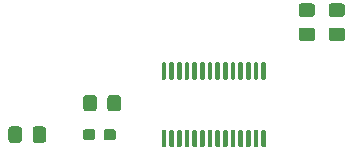
<source format=gbr>
%TF.GenerationSoftware,KiCad,Pcbnew,5.1.6+dfsg1-1*%
%TF.CreationDate,2021-03-04T16:58:38+01:00*%
%TF.ProjectId,PCA9685,50434139-3638-4352-9e6b-696361645f70,rev?*%
%TF.SameCoordinates,Original*%
%TF.FileFunction,Paste,Top*%
%TF.FilePolarity,Positive*%
%FSLAX46Y46*%
G04 Gerber Fmt 4.6, Leading zero omitted, Abs format (unit mm)*
G04 Created by KiCad (PCBNEW 5.1.6+dfsg1-1) date 2021-03-04 16:58:38*
%MOMM*%
%LPD*%
G01*
G04 APERTURE LIST*
G04 APERTURE END LIST*
%TO.C,U2*%
G36*
G01*
X96904000Y-81584000D02*
X96704000Y-81584000D01*
G75*
G02*
X96604000Y-81484000I0J100000D01*
G01*
X96604000Y-80209000D01*
G75*
G02*
X96704000Y-80109000I100000J0D01*
G01*
X96904000Y-80109000D01*
G75*
G02*
X97004000Y-80209000I0J-100000D01*
G01*
X97004000Y-81484000D01*
G75*
G02*
X96904000Y-81584000I-100000J0D01*
G01*
G37*
G36*
G01*
X97554000Y-81584000D02*
X97354000Y-81584000D01*
G75*
G02*
X97254000Y-81484000I0J100000D01*
G01*
X97254000Y-80209000D01*
G75*
G02*
X97354000Y-80109000I100000J0D01*
G01*
X97554000Y-80109000D01*
G75*
G02*
X97654000Y-80209000I0J-100000D01*
G01*
X97654000Y-81484000D01*
G75*
G02*
X97554000Y-81584000I-100000J0D01*
G01*
G37*
G36*
G01*
X98204000Y-81584000D02*
X98004000Y-81584000D01*
G75*
G02*
X97904000Y-81484000I0J100000D01*
G01*
X97904000Y-80209000D01*
G75*
G02*
X98004000Y-80109000I100000J0D01*
G01*
X98204000Y-80109000D01*
G75*
G02*
X98304000Y-80209000I0J-100000D01*
G01*
X98304000Y-81484000D01*
G75*
G02*
X98204000Y-81584000I-100000J0D01*
G01*
G37*
G36*
G01*
X98854000Y-81584000D02*
X98654000Y-81584000D01*
G75*
G02*
X98554000Y-81484000I0J100000D01*
G01*
X98554000Y-80209000D01*
G75*
G02*
X98654000Y-80109000I100000J0D01*
G01*
X98854000Y-80109000D01*
G75*
G02*
X98954000Y-80209000I0J-100000D01*
G01*
X98954000Y-81484000D01*
G75*
G02*
X98854000Y-81584000I-100000J0D01*
G01*
G37*
G36*
G01*
X99504000Y-81584000D02*
X99304000Y-81584000D01*
G75*
G02*
X99204000Y-81484000I0J100000D01*
G01*
X99204000Y-80209000D01*
G75*
G02*
X99304000Y-80109000I100000J0D01*
G01*
X99504000Y-80109000D01*
G75*
G02*
X99604000Y-80209000I0J-100000D01*
G01*
X99604000Y-81484000D01*
G75*
G02*
X99504000Y-81584000I-100000J0D01*
G01*
G37*
G36*
G01*
X100154000Y-81584000D02*
X99954000Y-81584000D01*
G75*
G02*
X99854000Y-81484000I0J100000D01*
G01*
X99854000Y-80209000D01*
G75*
G02*
X99954000Y-80109000I100000J0D01*
G01*
X100154000Y-80109000D01*
G75*
G02*
X100254000Y-80209000I0J-100000D01*
G01*
X100254000Y-81484000D01*
G75*
G02*
X100154000Y-81584000I-100000J0D01*
G01*
G37*
G36*
G01*
X100804000Y-81584000D02*
X100604000Y-81584000D01*
G75*
G02*
X100504000Y-81484000I0J100000D01*
G01*
X100504000Y-80209000D01*
G75*
G02*
X100604000Y-80109000I100000J0D01*
G01*
X100804000Y-80109000D01*
G75*
G02*
X100904000Y-80209000I0J-100000D01*
G01*
X100904000Y-81484000D01*
G75*
G02*
X100804000Y-81584000I-100000J0D01*
G01*
G37*
G36*
G01*
X101454000Y-81584000D02*
X101254000Y-81584000D01*
G75*
G02*
X101154000Y-81484000I0J100000D01*
G01*
X101154000Y-80209000D01*
G75*
G02*
X101254000Y-80109000I100000J0D01*
G01*
X101454000Y-80109000D01*
G75*
G02*
X101554000Y-80209000I0J-100000D01*
G01*
X101554000Y-81484000D01*
G75*
G02*
X101454000Y-81584000I-100000J0D01*
G01*
G37*
G36*
G01*
X102104000Y-81584000D02*
X101904000Y-81584000D01*
G75*
G02*
X101804000Y-81484000I0J100000D01*
G01*
X101804000Y-80209000D01*
G75*
G02*
X101904000Y-80109000I100000J0D01*
G01*
X102104000Y-80109000D01*
G75*
G02*
X102204000Y-80209000I0J-100000D01*
G01*
X102204000Y-81484000D01*
G75*
G02*
X102104000Y-81584000I-100000J0D01*
G01*
G37*
G36*
G01*
X102754000Y-81584000D02*
X102554000Y-81584000D01*
G75*
G02*
X102454000Y-81484000I0J100000D01*
G01*
X102454000Y-80209000D01*
G75*
G02*
X102554000Y-80109000I100000J0D01*
G01*
X102754000Y-80109000D01*
G75*
G02*
X102854000Y-80209000I0J-100000D01*
G01*
X102854000Y-81484000D01*
G75*
G02*
X102754000Y-81584000I-100000J0D01*
G01*
G37*
G36*
G01*
X103404000Y-81584000D02*
X103204000Y-81584000D01*
G75*
G02*
X103104000Y-81484000I0J100000D01*
G01*
X103104000Y-80209000D01*
G75*
G02*
X103204000Y-80109000I100000J0D01*
G01*
X103404000Y-80109000D01*
G75*
G02*
X103504000Y-80209000I0J-100000D01*
G01*
X103504000Y-81484000D01*
G75*
G02*
X103404000Y-81584000I-100000J0D01*
G01*
G37*
G36*
G01*
X104054000Y-81584000D02*
X103854000Y-81584000D01*
G75*
G02*
X103754000Y-81484000I0J100000D01*
G01*
X103754000Y-80209000D01*
G75*
G02*
X103854000Y-80109000I100000J0D01*
G01*
X104054000Y-80109000D01*
G75*
G02*
X104154000Y-80209000I0J-100000D01*
G01*
X104154000Y-81484000D01*
G75*
G02*
X104054000Y-81584000I-100000J0D01*
G01*
G37*
G36*
G01*
X104704000Y-81584000D02*
X104504000Y-81584000D01*
G75*
G02*
X104404000Y-81484000I0J100000D01*
G01*
X104404000Y-80209000D01*
G75*
G02*
X104504000Y-80109000I100000J0D01*
G01*
X104704000Y-80109000D01*
G75*
G02*
X104804000Y-80209000I0J-100000D01*
G01*
X104804000Y-81484000D01*
G75*
G02*
X104704000Y-81584000I-100000J0D01*
G01*
G37*
G36*
G01*
X105354000Y-81584000D02*
X105154000Y-81584000D01*
G75*
G02*
X105054000Y-81484000I0J100000D01*
G01*
X105054000Y-80209000D01*
G75*
G02*
X105154000Y-80109000I100000J0D01*
G01*
X105354000Y-80109000D01*
G75*
G02*
X105454000Y-80209000I0J-100000D01*
G01*
X105454000Y-81484000D01*
G75*
G02*
X105354000Y-81584000I-100000J0D01*
G01*
G37*
G36*
G01*
X105354000Y-87309000D02*
X105154000Y-87309000D01*
G75*
G02*
X105054000Y-87209000I0J100000D01*
G01*
X105054000Y-85934000D01*
G75*
G02*
X105154000Y-85834000I100000J0D01*
G01*
X105354000Y-85834000D01*
G75*
G02*
X105454000Y-85934000I0J-100000D01*
G01*
X105454000Y-87209000D01*
G75*
G02*
X105354000Y-87309000I-100000J0D01*
G01*
G37*
G36*
G01*
X104704000Y-87309000D02*
X104504000Y-87309000D01*
G75*
G02*
X104404000Y-87209000I0J100000D01*
G01*
X104404000Y-85934000D01*
G75*
G02*
X104504000Y-85834000I100000J0D01*
G01*
X104704000Y-85834000D01*
G75*
G02*
X104804000Y-85934000I0J-100000D01*
G01*
X104804000Y-87209000D01*
G75*
G02*
X104704000Y-87309000I-100000J0D01*
G01*
G37*
G36*
G01*
X104054000Y-87309000D02*
X103854000Y-87309000D01*
G75*
G02*
X103754000Y-87209000I0J100000D01*
G01*
X103754000Y-85934000D01*
G75*
G02*
X103854000Y-85834000I100000J0D01*
G01*
X104054000Y-85834000D01*
G75*
G02*
X104154000Y-85934000I0J-100000D01*
G01*
X104154000Y-87209000D01*
G75*
G02*
X104054000Y-87309000I-100000J0D01*
G01*
G37*
G36*
G01*
X103404000Y-87309000D02*
X103204000Y-87309000D01*
G75*
G02*
X103104000Y-87209000I0J100000D01*
G01*
X103104000Y-85934000D01*
G75*
G02*
X103204000Y-85834000I100000J0D01*
G01*
X103404000Y-85834000D01*
G75*
G02*
X103504000Y-85934000I0J-100000D01*
G01*
X103504000Y-87209000D01*
G75*
G02*
X103404000Y-87309000I-100000J0D01*
G01*
G37*
G36*
G01*
X102754000Y-87309000D02*
X102554000Y-87309000D01*
G75*
G02*
X102454000Y-87209000I0J100000D01*
G01*
X102454000Y-85934000D01*
G75*
G02*
X102554000Y-85834000I100000J0D01*
G01*
X102754000Y-85834000D01*
G75*
G02*
X102854000Y-85934000I0J-100000D01*
G01*
X102854000Y-87209000D01*
G75*
G02*
X102754000Y-87309000I-100000J0D01*
G01*
G37*
G36*
G01*
X102104000Y-87309000D02*
X101904000Y-87309000D01*
G75*
G02*
X101804000Y-87209000I0J100000D01*
G01*
X101804000Y-85934000D01*
G75*
G02*
X101904000Y-85834000I100000J0D01*
G01*
X102104000Y-85834000D01*
G75*
G02*
X102204000Y-85934000I0J-100000D01*
G01*
X102204000Y-87209000D01*
G75*
G02*
X102104000Y-87309000I-100000J0D01*
G01*
G37*
G36*
G01*
X101454000Y-87309000D02*
X101254000Y-87309000D01*
G75*
G02*
X101154000Y-87209000I0J100000D01*
G01*
X101154000Y-85934000D01*
G75*
G02*
X101254000Y-85834000I100000J0D01*
G01*
X101454000Y-85834000D01*
G75*
G02*
X101554000Y-85934000I0J-100000D01*
G01*
X101554000Y-87209000D01*
G75*
G02*
X101454000Y-87309000I-100000J0D01*
G01*
G37*
G36*
G01*
X100804000Y-87309000D02*
X100604000Y-87309000D01*
G75*
G02*
X100504000Y-87209000I0J100000D01*
G01*
X100504000Y-85934000D01*
G75*
G02*
X100604000Y-85834000I100000J0D01*
G01*
X100804000Y-85834000D01*
G75*
G02*
X100904000Y-85934000I0J-100000D01*
G01*
X100904000Y-87209000D01*
G75*
G02*
X100804000Y-87309000I-100000J0D01*
G01*
G37*
G36*
G01*
X100154000Y-87309000D02*
X99954000Y-87309000D01*
G75*
G02*
X99854000Y-87209000I0J100000D01*
G01*
X99854000Y-85934000D01*
G75*
G02*
X99954000Y-85834000I100000J0D01*
G01*
X100154000Y-85834000D01*
G75*
G02*
X100254000Y-85934000I0J-100000D01*
G01*
X100254000Y-87209000D01*
G75*
G02*
X100154000Y-87309000I-100000J0D01*
G01*
G37*
G36*
G01*
X99504000Y-87309000D02*
X99304000Y-87309000D01*
G75*
G02*
X99204000Y-87209000I0J100000D01*
G01*
X99204000Y-85934000D01*
G75*
G02*
X99304000Y-85834000I100000J0D01*
G01*
X99504000Y-85834000D01*
G75*
G02*
X99604000Y-85934000I0J-100000D01*
G01*
X99604000Y-87209000D01*
G75*
G02*
X99504000Y-87309000I-100000J0D01*
G01*
G37*
G36*
G01*
X98854000Y-87309000D02*
X98654000Y-87309000D01*
G75*
G02*
X98554000Y-87209000I0J100000D01*
G01*
X98554000Y-85934000D01*
G75*
G02*
X98654000Y-85834000I100000J0D01*
G01*
X98854000Y-85834000D01*
G75*
G02*
X98954000Y-85934000I0J-100000D01*
G01*
X98954000Y-87209000D01*
G75*
G02*
X98854000Y-87309000I-100000J0D01*
G01*
G37*
G36*
G01*
X98204000Y-87309000D02*
X98004000Y-87309000D01*
G75*
G02*
X97904000Y-87209000I0J100000D01*
G01*
X97904000Y-85934000D01*
G75*
G02*
X98004000Y-85834000I100000J0D01*
G01*
X98204000Y-85834000D01*
G75*
G02*
X98304000Y-85934000I0J-100000D01*
G01*
X98304000Y-87209000D01*
G75*
G02*
X98204000Y-87309000I-100000J0D01*
G01*
G37*
G36*
G01*
X97554000Y-87309000D02*
X97354000Y-87309000D01*
G75*
G02*
X97254000Y-87209000I0J100000D01*
G01*
X97254000Y-85934000D01*
G75*
G02*
X97354000Y-85834000I100000J0D01*
G01*
X97554000Y-85834000D01*
G75*
G02*
X97654000Y-85934000I0J-100000D01*
G01*
X97654000Y-87209000D01*
G75*
G02*
X97554000Y-87309000I-100000J0D01*
G01*
G37*
G36*
G01*
X96904000Y-87309000D02*
X96704000Y-87309000D01*
G75*
G02*
X96604000Y-87209000I0J100000D01*
G01*
X96604000Y-85934000D01*
G75*
G02*
X96704000Y-85834000I100000J0D01*
G01*
X96904000Y-85834000D01*
G75*
G02*
X97004000Y-85934000I0J-100000D01*
G01*
X97004000Y-87209000D01*
G75*
G02*
X96904000Y-87309000I-100000J0D01*
G01*
G37*
%TD*%
%TO.C,R5*%
G36*
G01*
X85690000Y-86683001D02*
X85690000Y-85782999D01*
G75*
G02*
X85939999Y-85533000I249999J0D01*
G01*
X86590001Y-85533000D01*
G75*
G02*
X86840000Y-85782999I0J-249999D01*
G01*
X86840000Y-86683001D01*
G75*
G02*
X86590001Y-86933000I-249999J0D01*
G01*
X85939999Y-86933000D01*
G75*
G02*
X85690000Y-86683001I0J249999D01*
G01*
G37*
G36*
G01*
X83640000Y-86683001D02*
X83640000Y-85782999D01*
G75*
G02*
X83889999Y-85533000I249999J0D01*
G01*
X84540001Y-85533000D01*
G75*
G02*
X84790000Y-85782999I0J-249999D01*
G01*
X84790000Y-86683001D01*
G75*
G02*
X84540001Y-86933000I-249999J0D01*
G01*
X83889999Y-86933000D01*
G75*
G02*
X83640000Y-86683001I0J249999D01*
G01*
G37*
%TD*%
%TO.C,R4*%
G36*
G01*
X111893001Y-76265000D02*
X110992999Y-76265000D01*
G75*
G02*
X110743000Y-76015001I0J249999D01*
G01*
X110743000Y-75364999D01*
G75*
G02*
X110992999Y-75115000I249999J0D01*
G01*
X111893001Y-75115000D01*
G75*
G02*
X112143000Y-75364999I0J-249999D01*
G01*
X112143000Y-76015001D01*
G75*
G02*
X111893001Y-76265000I-249999J0D01*
G01*
G37*
G36*
G01*
X111893001Y-78315000D02*
X110992999Y-78315000D01*
G75*
G02*
X110743000Y-78065001I0J249999D01*
G01*
X110743000Y-77414999D01*
G75*
G02*
X110992999Y-77165000I249999J0D01*
G01*
X111893001Y-77165000D01*
G75*
G02*
X112143000Y-77414999I0J-249999D01*
G01*
X112143000Y-78065001D01*
G75*
G02*
X111893001Y-78315000I-249999J0D01*
G01*
G37*
%TD*%
%TO.C,R2*%
G36*
G01*
X108452999Y-77165000D02*
X109353001Y-77165000D01*
G75*
G02*
X109603000Y-77414999I0J-249999D01*
G01*
X109603000Y-78065001D01*
G75*
G02*
X109353001Y-78315000I-249999J0D01*
G01*
X108452999Y-78315000D01*
G75*
G02*
X108203000Y-78065001I0J249999D01*
G01*
X108203000Y-77414999D01*
G75*
G02*
X108452999Y-77165000I249999J0D01*
G01*
G37*
G36*
G01*
X108452999Y-75115000D02*
X109353001Y-75115000D01*
G75*
G02*
X109603000Y-75364999I0J-249999D01*
G01*
X109603000Y-76015001D01*
G75*
G02*
X109353001Y-76265000I-249999J0D01*
G01*
X108452999Y-76265000D01*
G75*
G02*
X108203000Y-76015001I0J249999D01*
G01*
X108203000Y-75364999D01*
G75*
G02*
X108452999Y-75115000I249999J0D01*
G01*
G37*
%TD*%
%TO.C,D1*%
G36*
G01*
X90995000Y-85995500D02*
X90995000Y-86470500D01*
G75*
G02*
X90757500Y-86708000I-237500J0D01*
G01*
X90182500Y-86708000D01*
G75*
G02*
X89945000Y-86470500I0J237500D01*
G01*
X89945000Y-85995500D01*
G75*
G02*
X90182500Y-85758000I237500J0D01*
G01*
X90757500Y-85758000D01*
G75*
G02*
X90995000Y-85995500I0J-237500D01*
G01*
G37*
G36*
G01*
X92745000Y-85995500D02*
X92745000Y-86470500D01*
G75*
G02*
X92507500Y-86708000I-237500J0D01*
G01*
X91932500Y-86708000D01*
G75*
G02*
X91695000Y-86470500I0J237500D01*
G01*
X91695000Y-85995500D01*
G75*
G02*
X91932500Y-85758000I237500J0D01*
G01*
X92507500Y-85758000D01*
G75*
G02*
X92745000Y-85995500I0J-237500D01*
G01*
G37*
%TD*%
%TO.C,C1*%
G36*
G01*
X92017000Y-84016001D02*
X92017000Y-83115999D01*
G75*
G02*
X92266999Y-82866000I249999J0D01*
G01*
X92917001Y-82866000D01*
G75*
G02*
X93167000Y-83115999I0J-249999D01*
G01*
X93167000Y-84016001D01*
G75*
G02*
X92917001Y-84266000I-249999J0D01*
G01*
X92266999Y-84266000D01*
G75*
G02*
X92017000Y-84016001I0J249999D01*
G01*
G37*
G36*
G01*
X89967000Y-84016001D02*
X89967000Y-83115999D01*
G75*
G02*
X90216999Y-82866000I249999J0D01*
G01*
X90867001Y-82866000D01*
G75*
G02*
X91117000Y-83115999I0J-249999D01*
G01*
X91117000Y-84016001D01*
G75*
G02*
X90867001Y-84266000I-249999J0D01*
G01*
X90216999Y-84266000D01*
G75*
G02*
X89967000Y-84016001I0J249999D01*
G01*
G37*
%TD*%
M02*

</source>
